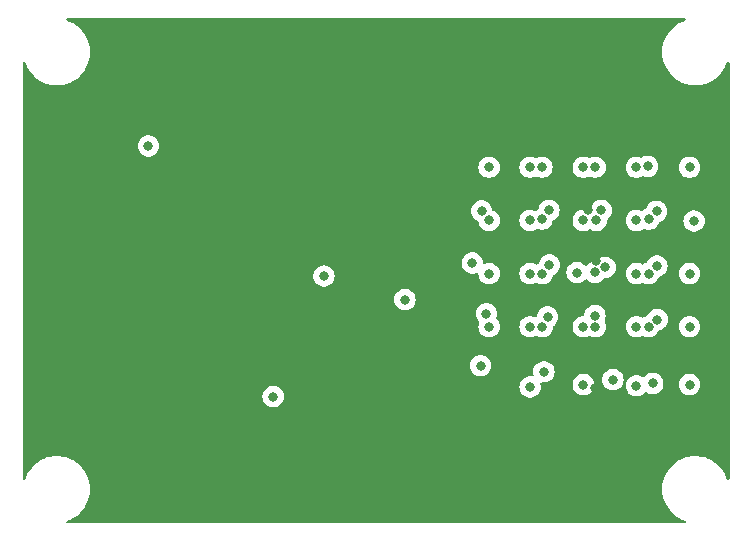
<source format=gbr>
%TF.GenerationSoftware,KiCad,Pcbnew,7.0.7*%
%TF.CreationDate,2023-10-27T13:52:55-05:00*%
%TF.ProjectId,MLX90393_board3,4d4c5839-3033-4393-935f-626f61726433,rev?*%
%TF.SameCoordinates,Original*%
%TF.FileFunction,Copper,L2,Inr*%
%TF.FilePolarity,Positive*%
%FSLAX46Y46*%
G04 Gerber Fmt 4.6, Leading zero omitted, Abs format (unit mm)*
G04 Created by KiCad (PCBNEW 7.0.7) date 2023-10-27 13:52:55*
%MOMM*%
%LPD*%
G01*
G04 APERTURE LIST*
%TA.AperFunction,ViaPad*%
%ADD10C,0.800000*%
%TD*%
G04 APERTURE END LIST*
D10*
%TO.N,+3.3V*%
X180900000Y-108300000D03*
X145261689Y-123158415D03*
X176016689Y-108248415D03*
X167016689Y-112748415D03*
X167016689Y-117248415D03*
X149561689Y-112958415D03*
X167016689Y-122348415D03*
X176016689Y-122248415D03*
X167016689Y-103748415D03*
X134700000Y-101950000D03*
X171516689Y-122148415D03*
X167016689Y-108248415D03*
X176016689Y-117248415D03*
X180516689Y-103748415D03*
X180516689Y-122148415D03*
X176016689Y-103748415D03*
X171516689Y-117248415D03*
X180516689Y-117248415D03*
X171516689Y-108248415D03*
X180516689Y-112748415D03*
X171516689Y-103748415D03*
X176016689Y-112748415D03*
X170998471Y-112658997D03*
%TO.N,GND*%
X182416689Y-106548415D03*
X172516689Y-122448415D03*
X162600000Y-118600000D03*
X182016689Y-115448415D03*
X138361689Y-128158415D03*
X137861689Y-123658415D03*
X162700000Y-105800000D03*
X171890716Y-107375685D03*
X172567646Y-111700281D03*
X162900000Y-114900000D03*
X162800000Y-110500000D03*
X128350000Y-102000000D03*
X136161689Y-118958415D03*
X182616689Y-110948415D03*
X182016689Y-119948415D03*
%TO.N,SCL_3V*%
X172516689Y-103748415D03*
X163545429Y-112748415D03*
X163545429Y-103748415D03*
X168045429Y-117248415D03*
X168016689Y-103748415D03*
X163545429Y-117248415D03*
X172516689Y-112648415D03*
X172545429Y-117248415D03*
X176962938Y-103669876D03*
X177045429Y-117248415D03*
X177045429Y-108148415D03*
X168045429Y-112748415D03*
X172616689Y-108248415D03*
X163545429Y-108248415D03*
X168024106Y-108148415D03*
X177045429Y-112748415D03*
%TO.N,SDA_3V*%
X163316689Y-116148415D03*
X173365320Y-112222526D03*
X174029928Y-121724959D03*
X162816689Y-120548415D03*
X168651363Y-112017389D03*
X173041320Y-107399155D03*
X177773247Y-116638632D03*
X177750000Y-112100000D03*
X168616689Y-107387986D03*
X162916689Y-107448415D03*
X177721390Y-107481608D03*
X177400000Y-122050000D03*
X162116689Y-111848415D03*
X168186155Y-121062126D03*
X172500000Y-116300000D03*
X168498212Y-116413824D03*
X156416689Y-114948415D03*
%TD*%
%TA.AperFunction,Conductor*%
%TO.N,GND*%
G36*
X180141997Y-91120185D02*
G01*
X180187752Y-91172989D01*
X180197696Y-91242147D01*
X180168671Y-91305703D01*
X180117368Y-91341022D01*
X179888897Y-91424178D01*
X179888891Y-91424181D01*
X179597380Y-91570584D01*
X179324815Y-91749852D01*
X179074931Y-91959530D01*
X179074930Y-91959531D01*
X179074924Y-91959536D01*
X179074923Y-91959538D01*
X178851057Y-92196823D01*
X178851054Y-92196826D01*
X178851052Y-92196829D01*
X178851045Y-92196837D01*
X178656251Y-92458490D01*
X178493143Y-92741003D01*
X178493137Y-92741016D01*
X178363931Y-93040547D01*
X178270369Y-93353067D01*
X178270367Y-93353075D01*
X178213723Y-93674319D01*
X178213722Y-93674330D01*
X178194754Y-93999996D01*
X178194754Y-94000003D01*
X178213722Y-94325669D01*
X178213723Y-94325680D01*
X178270367Y-94646924D01*
X178270369Y-94646932D01*
X178363931Y-94959452D01*
X178493137Y-95258983D01*
X178493143Y-95258996D01*
X178656251Y-95541509D01*
X178851045Y-95803162D01*
X178851050Y-95803168D01*
X178851057Y-95803177D01*
X179074923Y-96040462D01*
X179074929Y-96040467D01*
X179074930Y-96040468D01*
X179074931Y-96040469D01*
X179324815Y-96250147D01*
X179324818Y-96250149D01*
X179324823Y-96250153D01*
X179597377Y-96429414D01*
X179888899Y-96575822D01*
X180195446Y-96687396D01*
X180195452Y-96687397D01*
X180195454Y-96687398D01*
X180512858Y-96762625D01*
X180512865Y-96762626D01*
X180512874Y-96762628D01*
X180836889Y-96800500D01*
X180836896Y-96800500D01*
X181163104Y-96800500D01*
X181163111Y-96800500D01*
X181487126Y-96762628D01*
X181487135Y-96762625D01*
X181487141Y-96762625D01*
X181743176Y-96701942D01*
X181804554Y-96687396D01*
X182111101Y-96575822D01*
X182402623Y-96429414D01*
X182675177Y-96250153D01*
X182925077Y-96040462D01*
X183148943Y-95803177D01*
X183343749Y-95541508D01*
X183506859Y-95258992D01*
X183636069Y-94959451D01*
X183656709Y-94890507D01*
X183694794Y-94831930D01*
X183758502Y-94803242D01*
X183827607Y-94813551D01*
X183880168Y-94859584D01*
X183899500Y-94926071D01*
X183899500Y-130073928D01*
X183879815Y-130140967D01*
X183827011Y-130186722D01*
X183757853Y-130196666D01*
X183694297Y-130167641D01*
X183656709Y-130109492D01*
X183636068Y-130040547D01*
X183506859Y-129741008D01*
X183343749Y-129458492D01*
X183343748Y-129458490D01*
X183148954Y-129196837D01*
X183148947Y-129196829D01*
X183148943Y-129196823D01*
X182925077Y-128959538D01*
X182925069Y-128959531D01*
X182925068Y-128959530D01*
X182675184Y-128749852D01*
X182675179Y-128749848D01*
X182675177Y-128749847D01*
X182402623Y-128570586D01*
X182397684Y-128568105D01*
X182111108Y-128424181D01*
X182111102Y-128424178D01*
X181804566Y-128312608D01*
X181804545Y-128312601D01*
X181487141Y-128237374D01*
X181487126Y-128237372D01*
X181487125Y-128237372D01*
X181163111Y-128199500D01*
X180836889Y-128199500D01*
X180553375Y-128232638D01*
X180512873Y-128237372D01*
X180512858Y-128237374D01*
X180195454Y-128312601D01*
X180195433Y-128312608D01*
X179888897Y-128424178D01*
X179888891Y-128424181D01*
X179597380Y-128570584D01*
X179324815Y-128749852D01*
X179074931Y-128959530D01*
X179074930Y-128959531D01*
X179074924Y-128959536D01*
X179074923Y-128959538D01*
X178851057Y-129196823D01*
X178851054Y-129196826D01*
X178851052Y-129196829D01*
X178851045Y-129196837D01*
X178656251Y-129458490D01*
X178493143Y-129741003D01*
X178493137Y-129741016D01*
X178363931Y-130040547D01*
X178270369Y-130353067D01*
X178270367Y-130353075D01*
X178213723Y-130674319D01*
X178213722Y-130674330D01*
X178194754Y-130999996D01*
X178194754Y-131000003D01*
X178213722Y-131325669D01*
X178213723Y-131325680D01*
X178270367Y-131646924D01*
X178270369Y-131646932D01*
X178363931Y-131959452D01*
X178493137Y-132258983D01*
X178493143Y-132258996D01*
X178656251Y-132541509D01*
X178851045Y-132803162D01*
X178851050Y-132803168D01*
X178851057Y-132803177D01*
X179074923Y-133040462D01*
X179074929Y-133040467D01*
X179074930Y-133040468D01*
X179074931Y-133040469D01*
X179324815Y-133250147D01*
X179324818Y-133250149D01*
X179324823Y-133250153D01*
X179597377Y-133429414D01*
X179888899Y-133575822D01*
X180069463Y-133641542D01*
X180117368Y-133658978D01*
X180173632Y-133700404D01*
X180198568Y-133765673D01*
X180184258Y-133834062D01*
X180135246Y-133883857D01*
X180074958Y-133899500D01*
X127875042Y-133899500D01*
X127808003Y-133879815D01*
X127762248Y-133827011D01*
X127752304Y-133757853D01*
X127781329Y-133694297D01*
X127832632Y-133658978D01*
X127855916Y-133650502D01*
X128061101Y-133575822D01*
X128352623Y-133429414D01*
X128625177Y-133250153D01*
X128875077Y-133040462D01*
X129098943Y-132803177D01*
X129293749Y-132541508D01*
X129456859Y-132258992D01*
X129586069Y-131959451D01*
X129679630Y-131646934D01*
X129736278Y-131325669D01*
X129755246Y-131000000D01*
X129736278Y-130674331D01*
X129679630Y-130353066D01*
X129586069Y-130040549D01*
X129456859Y-129741008D01*
X129293749Y-129458492D01*
X129293748Y-129458490D01*
X129098954Y-129196837D01*
X129098947Y-129196829D01*
X129098943Y-129196823D01*
X128875077Y-128959538D01*
X128875069Y-128959531D01*
X128875068Y-128959530D01*
X128625184Y-128749852D01*
X128625179Y-128749848D01*
X128625177Y-128749847D01*
X128352623Y-128570586D01*
X128347684Y-128568105D01*
X128061108Y-128424181D01*
X128061102Y-128424178D01*
X127754566Y-128312608D01*
X127754545Y-128312601D01*
X127437141Y-128237374D01*
X127437126Y-128237372D01*
X127437125Y-128237372D01*
X127113111Y-128199500D01*
X126786889Y-128199500D01*
X126503375Y-128232638D01*
X126462873Y-128237372D01*
X126462858Y-128237374D01*
X126145454Y-128312601D01*
X126145433Y-128312608D01*
X125838897Y-128424178D01*
X125838891Y-128424181D01*
X125547380Y-128570584D01*
X125274815Y-128749852D01*
X125024931Y-128959530D01*
X125024930Y-128959531D01*
X125024924Y-128959536D01*
X125024923Y-128959538D01*
X124801057Y-129196823D01*
X124801054Y-129196826D01*
X124801052Y-129196829D01*
X124801045Y-129196837D01*
X124606251Y-129458490D01*
X124443143Y-129741003D01*
X124443137Y-129741016D01*
X124313931Y-130040547D01*
X124293291Y-130109492D01*
X124255206Y-130168069D01*
X124191497Y-130196758D01*
X124122392Y-130186448D01*
X124069831Y-130140415D01*
X124050500Y-130073928D01*
X124050500Y-123158415D01*
X144356229Y-123158415D01*
X144376015Y-123346671D01*
X144376016Y-123346674D01*
X144434507Y-123526692D01*
X144434510Y-123526699D01*
X144529156Y-123690631D01*
X144655818Y-123831303D01*
X144808954Y-123942563D01*
X144808959Y-123942566D01*
X144981881Y-124019557D01*
X144981886Y-124019559D01*
X145167043Y-124058915D01*
X145167044Y-124058915D01*
X145356333Y-124058915D01*
X145356335Y-124058915D01*
X145541492Y-124019559D01*
X145714419Y-123942566D01*
X145867560Y-123831303D01*
X145994222Y-123690631D01*
X146088868Y-123526699D01*
X146147363Y-123346671D01*
X146167149Y-123158415D01*
X146147363Y-122970159D01*
X146088868Y-122790131D01*
X145994222Y-122626199D01*
X145867560Y-122485527D01*
X145867559Y-122485526D01*
X145714423Y-122374266D01*
X145714418Y-122374263D01*
X145656363Y-122348415D01*
X166111229Y-122348415D01*
X166131015Y-122536671D01*
X166131016Y-122536674D01*
X166189507Y-122716692D01*
X166189510Y-122716699D01*
X166284156Y-122880631D01*
X166330916Y-122932563D01*
X166410818Y-123021303D01*
X166563954Y-123132563D01*
X166563959Y-123132566D01*
X166736881Y-123209557D01*
X166736886Y-123209559D01*
X166922043Y-123248915D01*
X166922044Y-123248915D01*
X167111333Y-123248915D01*
X167111335Y-123248915D01*
X167296492Y-123209559D01*
X167469419Y-123132566D01*
X167622560Y-123021303D01*
X167749222Y-122880631D01*
X167843868Y-122716699D01*
X167902363Y-122536671D01*
X167922149Y-122348415D01*
X167902363Y-122160159D01*
X167898547Y-122148415D01*
X170611229Y-122148415D01*
X170631015Y-122336671D01*
X170631016Y-122336674D01*
X170689507Y-122516692D01*
X170689510Y-122516699D01*
X170784156Y-122680631D01*
X170866716Y-122772323D01*
X170910818Y-122821303D01*
X171063954Y-122932563D01*
X171063959Y-122932566D01*
X171236881Y-123009557D01*
X171236886Y-123009559D01*
X171422043Y-123048915D01*
X171422044Y-123048915D01*
X171611333Y-123048915D01*
X171611335Y-123048915D01*
X171796492Y-123009559D01*
X171969419Y-122932566D01*
X172122560Y-122821303D01*
X172249222Y-122680631D01*
X172343868Y-122516699D01*
X172402363Y-122336671D01*
X172422149Y-122148415D01*
X172402363Y-121960159D01*
X172343868Y-121780131D01*
X172312014Y-121724959D01*
X173124468Y-121724959D01*
X173144254Y-121913215D01*
X173144255Y-121913218D01*
X173202746Y-122093236D01*
X173202749Y-122093243D01*
X173297395Y-122257175D01*
X173379548Y-122348415D01*
X173424057Y-122397847D01*
X173577193Y-122509107D01*
X173577198Y-122509110D01*
X173750120Y-122586101D01*
X173750125Y-122586103D01*
X173935282Y-122625459D01*
X173935283Y-122625459D01*
X174124572Y-122625459D01*
X174124574Y-122625459D01*
X174309731Y-122586103D01*
X174482658Y-122509110D01*
X174635799Y-122397847D01*
X174762461Y-122257175D01*
X174767519Y-122248415D01*
X175111229Y-122248415D01*
X175131015Y-122436671D01*
X175131016Y-122436674D01*
X175189507Y-122616692D01*
X175189510Y-122616699D01*
X175284156Y-122780631D01*
X175332346Y-122834151D01*
X175410818Y-122921303D01*
X175563954Y-123032563D01*
X175563959Y-123032566D01*
X175736881Y-123109557D01*
X175736886Y-123109559D01*
X175922043Y-123148915D01*
X175922044Y-123148915D01*
X176111333Y-123148915D01*
X176111335Y-123148915D01*
X176296492Y-123109559D01*
X176469419Y-123032566D01*
X176622560Y-122921303D01*
X176723705Y-122808970D01*
X176783191Y-122772323D01*
X176853048Y-122773654D01*
X176888737Y-122791624D01*
X176912613Y-122808971D01*
X176947270Y-122834151D01*
X177120192Y-122911142D01*
X177120197Y-122911144D01*
X177305354Y-122950500D01*
X177305355Y-122950500D01*
X177494644Y-122950500D01*
X177494646Y-122950500D01*
X177679803Y-122911144D01*
X177852730Y-122834151D01*
X178005871Y-122722888D01*
X178132533Y-122582216D01*
X178227179Y-122418284D01*
X178285674Y-122238256D01*
X178295116Y-122148415D01*
X179611229Y-122148415D01*
X179631015Y-122336671D01*
X179631016Y-122336674D01*
X179689507Y-122516692D01*
X179689510Y-122516699D01*
X179784156Y-122680631D01*
X179866716Y-122772323D01*
X179910818Y-122821303D01*
X180063954Y-122932563D01*
X180063959Y-122932566D01*
X180236881Y-123009557D01*
X180236886Y-123009559D01*
X180422043Y-123048915D01*
X180422044Y-123048915D01*
X180611333Y-123048915D01*
X180611335Y-123048915D01*
X180796492Y-123009559D01*
X180969419Y-122932566D01*
X181122560Y-122821303D01*
X181249222Y-122680631D01*
X181343868Y-122516699D01*
X181402363Y-122336671D01*
X181422149Y-122148415D01*
X181402363Y-121960159D01*
X181343868Y-121780131D01*
X181249222Y-121616199D01*
X181122560Y-121475527D01*
X181107058Y-121464264D01*
X180969423Y-121364266D01*
X180969418Y-121364263D01*
X180796496Y-121287272D01*
X180796491Y-121287270D01*
X180650689Y-121256280D01*
X180611335Y-121247915D01*
X180422043Y-121247915D01*
X180389586Y-121254813D01*
X180236886Y-121287270D01*
X180236881Y-121287272D01*
X180063959Y-121364263D01*
X180063954Y-121364266D01*
X179910818Y-121475526D01*
X179784155Y-121616200D01*
X179689510Y-121780130D01*
X179689507Y-121780137D01*
X179643001Y-121923270D01*
X179631015Y-121960159D01*
X179611229Y-122148415D01*
X178295116Y-122148415D01*
X178305460Y-122050000D01*
X178285674Y-121861744D01*
X178227179Y-121681716D01*
X178132533Y-121517784D01*
X178005871Y-121377112D01*
X177988190Y-121364266D01*
X177852734Y-121265851D01*
X177852729Y-121265848D01*
X177679807Y-121188857D01*
X177679802Y-121188855D01*
X177534000Y-121157865D01*
X177494646Y-121149500D01*
X177305354Y-121149500D01*
X177272897Y-121156398D01*
X177120197Y-121188855D01*
X177120192Y-121188857D01*
X176947270Y-121265848D01*
X176947265Y-121265851D01*
X176794129Y-121377111D01*
X176794128Y-121377112D01*
X176692984Y-121489443D01*
X176633497Y-121526091D01*
X176563640Y-121524760D01*
X176527950Y-121506789D01*
X176501087Y-121487272D01*
X176469419Y-121464264D01*
X176469417Y-121464263D01*
X176469418Y-121464263D01*
X176296496Y-121387272D01*
X176296491Y-121387270D01*
X176150690Y-121356280D01*
X176111335Y-121347915D01*
X175922043Y-121347915D01*
X175889586Y-121354813D01*
X175736886Y-121387270D01*
X175736881Y-121387272D01*
X175563959Y-121464263D01*
X175563954Y-121464266D01*
X175410818Y-121575526D01*
X175284155Y-121716200D01*
X175189510Y-121880130D01*
X175189507Y-121880137D01*
X175137823Y-122039206D01*
X175131015Y-122060159D01*
X175111229Y-122248415D01*
X174767519Y-122248415D01*
X174857107Y-122093243D01*
X174915602Y-121913215D01*
X174935388Y-121724959D01*
X174915602Y-121536703D01*
X174857107Y-121356675D01*
X174762461Y-121192743D01*
X174635799Y-121052071D01*
X174635798Y-121052070D01*
X174482662Y-120940810D01*
X174482657Y-120940807D01*
X174309735Y-120863816D01*
X174309730Y-120863814D01*
X174163929Y-120832824D01*
X174124574Y-120824459D01*
X173935282Y-120824459D01*
X173902825Y-120831357D01*
X173750125Y-120863814D01*
X173750120Y-120863816D01*
X173577198Y-120940807D01*
X173577193Y-120940810D01*
X173424057Y-121052070D01*
X173297394Y-121192744D01*
X173202749Y-121356674D01*
X173202746Y-121356681D01*
X173147702Y-121526091D01*
X173144254Y-121536703D01*
X173124468Y-121724959D01*
X172312014Y-121724959D01*
X172249222Y-121616199D01*
X172122560Y-121475527D01*
X172107058Y-121464264D01*
X171969423Y-121364266D01*
X171969418Y-121364263D01*
X171796496Y-121287272D01*
X171796491Y-121287270D01*
X171650689Y-121256280D01*
X171611335Y-121247915D01*
X171422043Y-121247915D01*
X171389586Y-121254813D01*
X171236886Y-121287270D01*
X171236881Y-121287272D01*
X171063959Y-121364263D01*
X171063954Y-121364266D01*
X170910818Y-121475526D01*
X170784155Y-121616200D01*
X170689510Y-121780130D01*
X170689507Y-121780137D01*
X170643001Y-121923270D01*
X170631015Y-121960159D01*
X170611229Y-122148415D01*
X167898547Y-122148415D01*
X167885754Y-122109044D01*
X167883760Y-122039206D01*
X167919840Y-121979373D01*
X167982541Y-121948544D01*
X168029463Y-121949437D01*
X168091509Y-121962626D01*
X168091511Y-121962626D01*
X168280799Y-121962626D01*
X168280801Y-121962626D01*
X168465958Y-121923270D01*
X168638885Y-121846277D01*
X168792026Y-121735014D01*
X168918688Y-121594342D01*
X169013334Y-121430410D01*
X169071829Y-121250382D01*
X169091615Y-121062126D01*
X169071829Y-120873870D01*
X169013334Y-120693842D01*
X168918688Y-120529910D01*
X168792026Y-120389238D01*
X168792025Y-120389237D01*
X168638889Y-120277977D01*
X168638884Y-120277974D01*
X168465962Y-120200983D01*
X168465957Y-120200981D01*
X168320155Y-120169991D01*
X168280801Y-120161626D01*
X168091509Y-120161626D01*
X168059052Y-120168524D01*
X167906352Y-120200981D01*
X167906347Y-120200983D01*
X167733425Y-120277974D01*
X167733420Y-120277977D01*
X167580284Y-120389237D01*
X167453621Y-120529911D01*
X167358976Y-120693841D01*
X167358973Y-120693848D01*
X167300482Y-120873866D01*
X167300481Y-120873870D01*
X167280695Y-121062126D01*
X167300481Y-121250382D01*
X167300482Y-121250385D01*
X167317088Y-121301494D01*
X167319083Y-121371336D01*
X167283002Y-121431168D01*
X167220301Y-121461996D01*
X167173377Y-121461102D01*
X167111336Y-121447915D01*
X167111335Y-121447915D01*
X166922043Y-121447915D01*
X166889586Y-121454813D01*
X166736886Y-121487270D01*
X166736881Y-121487272D01*
X166563959Y-121564263D01*
X166563954Y-121564266D01*
X166410818Y-121675526D01*
X166284155Y-121816200D01*
X166189510Y-121980130D01*
X166189507Y-121980137D01*
X166152757Y-122093243D01*
X166131015Y-122160159D01*
X166111229Y-122348415D01*
X145656363Y-122348415D01*
X145541496Y-122297272D01*
X145541491Y-122297270D01*
X145395689Y-122266280D01*
X145356335Y-122257915D01*
X145167043Y-122257915D01*
X145134586Y-122264813D01*
X144981886Y-122297270D01*
X144981881Y-122297272D01*
X144808959Y-122374263D01*
X144808954Y-122374266D01*
X144655818Y-122485526D01*
X144529155Y-122626200D01*
X144434510Y-122790130D01*
X144434507Y-122790137D01*
X144376016Y-122970155D01*
X144376015Y-122970159D01*
X144356229Y-123158415D01*
X124050500Y-123158415D01*
X124050500Y-120548415D01*
X161911229Y-120548415D01*
X161931015Y-120736671D01*
X161931016Y-120736674D01*
X161989507Y-120916692D01*
X161989510Y-120916699D01*
X162084156Y-121080631D01*
X162185103Y-121192744D01*
X162210818Y-121221303D01*
X162363954Y-121332563D01*
X162363959Y-121332566D01*
X162536881Y-121409557D01*
X162536886Y-121409559D01*
X162722043Y-121448915D01*
X162722044Y-121448915D01*
X162911333Y-121448915D01*
X162911335Y-121448915D01*
X163096492Y-121409559D01*
X163269419Y-121332566D01*
X163422560Y-121221303D01*
X163549222Y-121080631D01*
X163643868Y-120916699D01*
X163702363Y-120736671D01*
X163722149Y-120548415D01*
X163702363Y-120360159D01*
X163643868Y-120180131D01*
X163549222Y-120016199D01*
X163422560Y-119875527D01*
X163422559Y-119875526D01*
X163269423Y-119764266D01*
X163269418Y-119764263D01*
X163096496Y-119687272D01*
X163096491Y-119687270D01*
X162950690Y-119656280D01*
X162911335Y-119647915D01*
X162722043Y-119647915D01*
X162689586Y-119654813D01*
X162536886Y-119687270D01*
X162536881Y-119687272D01*
X162363959Y-119764263D01*
X162363954Y-119764266D01*
X162210818Y-119875526D01*
X162084155Y-120016200D01*
X161989510Y-120180130D01*
X161989507Y-120180137D01*
X161931016Y-120360155D01*
X161931015Y-120360159D01*
X161911229Y-120548415D01*
X124050500Y-120548415D01*
X124050500Y-116148415D01*
X162411229Y-116148415D01*
X162431015Y-116336671D01*
X162431016Y-116336674D01*
X162489507Y-116516692D01*
X162489510Y-116516699D01*
X162584156Y-116680631D01*
X162632988Y-116734864D01*
X162682421Y-116789765D01*
X162712651Y-116852756D01*
X162708201Y-116911055D01*
X162659755Y-117060159D01*
X162639969Y-117248415D01*
X162659755Y-117436671D01*
X162659756Y-117436674D01*
X162718247Y-117616692D01*
X162718250Y-117616699D01*
X162812896Y-117780631D01*
X162939558Y-117921302D01*
X162939558Y-117921303D01*
X163092694Y-118032563D01*
X163092699Y-118032566D01*
X163265621Y-118109557D01*
X163265626Y-118109559D01*
X163450783Y-118148915D01*
X163450784Y-118148915D01*
X163640073Y-118148915D01*
X163640075Y-118148915D01*
X163825232Y-118109559D01*
X163998159Y-118032566D01*
X164151300Y-117921303D01*
X164277962Y-117780631D01*
X164372608Y-117616699D01*
X164431103Y-117436671D01*
X164450889Y-117248415D01*
X166111229Y-117248415D01*
X166131015Y-117436671D01*
X166131016Y-117436674D01*
X166189507Y-117616692D01*
X166189510Y-117616699D01*
X166284156Y-117780631D01*
X166410817Y-117921302D01*
X166410818Y-117921303D01*
X166563954Y-118032563D01*
X166563959Y-118032566D01*
X166736881Y-118109557D01*
X166736886Y-118109559D01*
X166922043Y-118148915D01*
X166922044Y-118148915D01*
X167111333Y-118148915D01*
X167111335Y-118148915D01*
X167296492Y-118109559D01*
X167469419Y-118032566D01*
X167469419Y-118032565D01*
X167475355Y-118029923D01*
X167475887Y-118031118D01*
X167536950Y-118016300D01*
X167586368Y-118030810D01*
X167586763Y-118029923D01*
X167765621Y-118109557D01*
X167765626Y-118109559D01*
X167950783Y-118148915D01*
X167950784Y-118148915D01*
X168140073Y-118148915D01*
X168140075Y-118148915D01*
X168325232Y-118109559D01*
X168498159Y-118032566D01*
X168651300Y-117921303D01*
X168777962Y-117780631D01*
X168872608Y-117616699D01*
X168931103Y-117436671D01*
X168950853Y-117248750D01*
X168950991Y-117248415D01*
X170611229Y-117248415D01*
X170631015Y-117436671D01*
X170631016Y-117436674D01*
X170689507Y-117616692D01*
X170689510Y-117616699D01*
X170784156Y-117780631D01*
X170910818Y-117921302D01*
X170910818Y-117921303D01*
X171063954Y-118032563D01*
X171063959Y-118032566D01*
X171236881Y-118109557D01*
X171236886Y-118109559D01*
X171422043Y-118148915D01*
X171422044Y-118148915D01*
X171611333Y-118148915D01*
X171611335Y-118148915D01*
X171796492Y-118109559D01*
X171969419Y-118032566D01*
X171969419Y-118032565D01*
X171975355Y-118029923D01*
X171975887Y-118031118D01*
X172036950Y-118016300D01*
X172086368Y-118030810D01*
X172086763Y-118029923D01*
X172265621Y-118109557D01*
X172265626Y-118109559D01*
X172450783Y-118148915D01*
X172450784Y-118148915D01*
X172640073Y-118148915D01*
X172640075Y-118148915D01*
X172825232Y-118109559D01*
X172998159Y-118032566D01*
X173151300Y-117921303D01*
X173277962Y-117780631D01*
X173372608Y-117616699D01*
X173431103Y-117436671D01*
X173450889Y-117248415D01*
X175111229Y-117248415D01*
X175131015Y-117436671D01*
X175131016Y-117436674D01*
X175189507Y-117616692D01*
X175189510Y-117616699D01*
X175284156Y-117780631D01*
X175410817Y-117921302D01*
X175410818Y-117921303D01*
X175563954Y-118032563D01*
X175563959Y-118032566D01*
X175736881Y-118109557D01*
X175736886Y-118109559D01*
X175922043Y-118148915D01*
X175922044Y-118148915D01*
X176111333Y-118148915D01*
X176111335Y-118148915D01*
X176296492Y-118109559D01*
X176469419Y-118032566D01*
X176469419Y-118032565D01*
X176475355Y-118029923D01*
X176475887Y-118031118D01*
X176536950Y-118016300D01*
X176586368Y-118030810D01*
X176586763Y-118029923D01*
X176765621Y-118109557D01*
X176765626Y-118109559D01*
X176950783Y-118148915D01*
X176950784Y-118148915D01*
X177140073Y-118148915D01*
X177140075Y-118148915D01*
X177325232Y-118109559D01*
X177498159Y-118032566D01*
X177651300Y-117921303D01*
X177777962Y-117780631D01*
X177872608Y-117616699D01*
X177877906Y-117600391D01*
X177917341Y-117542715D01*
X177970055Y-117517416D01*
X178053050Y-117499776D01*
X178225977Y-117422783D01*
X178379118Y-117311520D01*
X178435938Y-117248415D01*
X179611229Y-117248415D01*
X179631015Y-117436671D01*
X179631016Y-117436674D01*
X179689507Y-117616692D01*
X179689510Y-117616699D01*
X179784156Y-117780631D01*
X179910818Y-117921302D01*
X179910818Y-117921303D01*
X180063954Y-118032563D01*
X180063959Y-118032566D01*
X180236881Y-118109557D01*
X180236886Y-118109559D01*
X180422043Y-118148915D01*
X180422044Y-118148915D01*
X180611333Y-118148915D01*
X180611335Y-118148915D01*
X180796492Y-118109559D01*
X180969419Y-118032566D01*
X181122560Y-117921303D01*
X181249222Y-117780631D01*
X181343868Y-117616699D01*
X181402363Y-117436671D01*
X181422149Y-117248415D01*
X181402363Y-117060159D01*
X181343868Y-116880131D01*
X181249222Y-116716199D01*
X181122560Y-116575527D01*
X181079266Y-116544072D01*
X180969423Y-116464266D01*
X180969418Y-116464263D01*
X180796496Y-116387272D01*
X180796491Y-116387270D01*
X180650690Y-116356280D01*
X180611335Y-116347915D01*
X180422043Y-116347915D01*
X180389905Y-116354746D01*
X180236886Y-116387270D01*
X180236881Y-116387272D01*
X180063959Y-116464263D01*
X180063954Y-116464266D01*
X179910818Y-116575526D01*
X179784155Y-116716200D01*
X179689510Y-116880130D01*
X179689507Y-116880137D01*
X179631016Y-117060155D01*
X179631015Y-117060159D01*
X179611229Y-117248415D01*
X178435938Y-117248415D01*
X178505780Y-117170848D01*
X178600426Y-117006916D01*
X178658921Y-116826888D01*
X178678707Y-116638632D01*
X178658921Y-116450376D01*
X178600426Y-116270348D01*
X178505780Y-116106416D01*
X178379118Y-115965744D01*
X178371431Y-115960159D01*
X178225981Y-115854483D01*
X178225976Y-115854480D01*
X178053054Y-115777489D01*
X178053049Y-115777487D01*
X177907248Y-115746497D01*
X177867893Y-115738132D01*
X177678601Y-115738132D01*
X177646144Y-115745030D01*
X177493444Y-115777487D01*
X177493439Y-115777489D01*
X177320517Y-115854480D01*
X177320512Y-115854483D01*
X177167376Y-115965743D01*
X177040713Y-116106417D01*
X176946068Y-116270347D01*
X176946064Y-116270357D01*
X176940765Y-116286664D01*
X176901325Y-116344337D01*
X176848618Y-116369630D01*
X176765625Y-116387271D01*
X176765621Y-116387272D01*
X176586763Y-116466907D01*
X176586232Y-116465715D01*
X176525139Y-116480528D01*
X176475749Y-116466020D01*
X176475355Y-116466907D01*
X176296496Y-116387272D01*
X176296491Y-116387270D01*
X176150690Y-116356280D01*
X176111335Y-116347915D01*
X175922043Y-116347915D01*
X175889905Y-116354746D01*
X175736886Y-116387270D01*
X175736881Y-116387272D01*
X175563959Y-116464263D01*
X175563954Y-116464266D01*
X175410818Y-116575526D01*
X175284155Y-116716200D01*
X175189510Y-116880130D01*
X175189507Y-116880137D01*
X175131016Y-117060155D01*
X175131015Y-117060159D01*
X175111229Y-117248415D01*
X173450889Y-117248415D01*
X173431103Y-117060159D01*
X173372608Y-116880131D01*
X173372605Y-116880125D01*
X173324534Y-116796863D01*
X173308061Y-116728963D01*
X173324536Y-116672860D01*
X173327179Y-116668284D01*
X173385674Y-116488256D01*
X173405460Y-116300000D01*
X173385674Y-116111744D01*
X173327179Y-115931716D01*
X173232533Y-115767784D01*
X173105871Y-115627112D01*
X173090852Y-115616200D01*
X172952734Y-115515851D01*
X172952729Y-115515848D01*
X172779807Y-115438857D01*
X172779802Y-115438855D01*
X172634001Y-115407865D01*
X172594646Y-115399500D01*
X172405354Y-115399500D01*
X172372897Y-115406398D01*
X172220197Y-115438855D01*
X172220192Y-115438857D01*
X172047270Y-115515848D01*
X172047265Y-115515851D01*
X171894129Y-115627111D01*
X171767466Y-115767785D01*
X171672821Y-115931715D01*
X171672818Y-115931722D01*
X171635837Y-116045539D01*
X171614326Y-116111744D01*
X171601174Y-116236877D01*
X171574591Y-116301491D01*
X171517293Y-116341476D01*
X171477854Y-116347915D01*
X171422043Y-116347915D01*
X171389905Y-116354746D01*
X171236886Y-116387270D01*
X171236881Y-116387272D01*
X171063959Y-116464263D01*
X171063954Y-116464266D01*
X170910818Y-116575526D01*
X170784155Y-116716200D01*
X170689510Y-116880130D01*
X170689507Y-116880137D01*
X170631016Y-117060155D01*
X170631015Y-117060159D01*
X170611229Y-117248415D01*
X168950991Y-117248415D01*
X168977437Y-117184137D01*
X169001280Y-117161402D01*
X169104083Y-117086712D01*
X169230745Y-116946040D01*
X169325391Y-116782108D01*
X169383886Y-116602080D01*
X169403672Y-116413824D01*
X169383886Y-116225568D01*
X169325391Y-116045540D01*
X169230745Y-115881608D01*
X169104083Y-115740936D01*
X169092559Y-115732563D01*
X168950946Y-115629675D01*
X168950941Y-115629672D01*
X168778019Y-115552681D01*
X168778014Y-115552679D01*
X168632212Y-115521689D01*
X168592858Y-115513324D01*
X168403566Y-115513324D01*
X168371109Y-115520222D01*
X168218409Y-115552679D01*
X168218404Y-115552681D01*
X168045482Y-115629672D01*
X168045477Y-115629675D01*
X167892341Y-115740935D01*
X167765678Y-115881609D01*
X167671033Y-116045539D01*
X167671030Y-116045546D01*
X167612539Y-116225564D01*
X167612538Y-116225568D01*
X167600861Y-116336671D01*
X167600014Y-116344729D01*
X167573429Y-116409344D01*
X167516132Y-116449328D01*
X167446313Y-116451988D01*
X167426257Y-116445046D01*
X167296496Y-116387272D01*
X167296491Y-116387270D01*
X167150689Y-116356280D01*
X167111335Y-116347915D01*
X166922043Y-116347915D01*
X166889905Y-116354746D01*
X166736886Y-116387270D01*
X166736881Y-116387272D01*
X166563959Y-116464263D01*
X166563954Y-116464266D01*
X166410818Y-116575526D01*
X166284155Y-116716200D01*
X166189510Y-116880130D01*
X166189507Y-116880137D01*
X166131016Y-117060155D01*
X166131015Y-117060159D01*
X166111229Y-117248415D01*
X164450889Y-117248415D01*
X164431103Y-117060159D01*
X164372608Y-116880131D01*
X164277962Y-116716199D01*
X164228166Y-116660895D01*
X164179697Y-116607064D01*
X164149467Y-116544072D01*
X164153916Y-116485774D01*
X164155621Y-116480528D01*
X164202363Y-116336671D01*
X164222149Y-116148415D01*
X164202363Y-115960159D01*
X164143868Y-115780131D01*
X164049222Y-115616199D01*
X163922560Y-115475527D01*
X163922559Y-115475526D01*
X163769423Y-115364266D01*
X163769418Y-115364263D01*
X163596496Y-115287272D01*
X163596491Y-115287270D01*
X163450690Y-115256280D01*
X163411335Y-115247915D01*
X163222043Y-115247915D01*
X163189586Y-115254813D01*
X163036886Y-115287270D01*
X163036881Y-115287272D01*
X162863959Y-115364263D01*
X162863954Y-115364266D01*
X162710818Y-115475526D01*
X162584155Y-115616200D01*
X162489510Y-115780130D01*
X162489507Y-115780137D01*
X162431016Y-115960155D01*
X162431015Y-115960159D01*
X162411229Y-116148415D01*
X124050500Y-116148415D01*
X124050500Y-114948415D01*
X155511229Y-114948415D01*
X155531015Y-115136671D01*
X155531016Y-115136674D01*
X155589507Y-115316692D01*
X155589510Y-115316699D01*
X155684156Y-115480631D01*
X155806222Y-115616199D01*
X155810818Y-115621303D01*
X155963954Y-115732563D01*
X155963959Y-115732566D01*
X156136881Y-115809557D01*
X156136886Y-115809559D01*
X156322043Y-115848915D01*
X156322044Y-115848915D01*
X156511333Y-115848915D01*
X156511335Y-115848915D01*
X156696492Y-115809559D01*
X156869419Y-115732566D01*
X157022560Y-115621303D01*
X157149222Y-115480631D01*
X157243868Y-115316699D01*
X157302363Y-115136671D01*
X157322149Y-114948415D01*
X157302363Y-114760159D01*
X157243868Y-114580131D01*
X157149222Y-114416199D01*
X157022560Y-114275527D01*
X157022559Y-114275526D01*
X156869423Y-114164266D01*
X156869418Y-114164263D01*
X156696496Y-114087272D01*
X156696491Y-114087270D01*
X156550690Y-114056280D01*
X156511335Y-114047915D01*
X156322043Y-114047915D01*
X156289586Y-114054813D01*
X156136886Y-114087270D01*
X156136881Y-114087272D01*
X155963959Y-114164263D01*
X155963954Y-114164266D01*
X155810818Y-114275526D01*
X155684155Y-114416200D01*
X155589510Y-114580130D01*
X155589507Y-114580137D01*
X155531016Y-114760155D01*
X155531015Y-114760159D01*
X155511229Y-114948415D01*
X124050500Y-114948415D01*
X124050500Y-112958415D01*
X148656229Y-112958415D01*
X148676015Y-113146671D01*
X148676016Y-113146674D01*
X148734507Y-113326692D01*
X148734510Y-113326699D01*
X148829156Y-113490631D01*
X148936238Y-113609557D01*
X148955818Y-113631303D01*
X149108954Y-113742563D01*
X149108959Y-113742566D01*
X149281881Y-113819557D01*
X149281886Y-113819559D01*
X149467043Y-113858915D01*
X149467044Y-113858915D01*
X149656333Y-113858915D01*
X149656335Y-113858915D01*
X149841492Y-113819559D01*
X150014419Y-113742566D01*
X150167560Y-113631303D01*
X150294222Y-113490631D01*
X150388868Y-113326699D01*
X150447363Y-113146671D01*
X150467149Y-112958415D01*
X150447363Y-112770159D01*
X150388868Y-112590131D01*
X150294222Y-112426199D01*
X150167560Y-112285527D01*
X150167559Y-112285526D01*
X150014423Y-112174266D01*
X150014418Y-112174263D01*
X149841496Y-112097272D01*
X149841491Y-112097270D01*
X149695689Y-112066280D01*
X149656335Y-112057915D01*
X149467043Y-112057915D01*
X149434586Y-112064813D01*
X149281886Y-112097270D01*
X149281881Y-112097272D01*
X149108959Y-112174263D01*
X149108954Y-112174266D01*
X148955818Y-112285526D01*
X148829155Y-112426200D01*
X148734510Y-112590130D01*
X148734507Y-112590137D01*
X148681025Y-112754740D01*
X148676015Y-112770159D01*
X148656229Y-112958415D01*
X124050500Y-112958415D01*
X124050500Y-111848415D01*
X161211229Y-111848415D01*
X161231015Y-112036671D01*
X161231016Y-112036674D01*
X161289507Y-112216692D01*
X161289510Y-112216699D01*
X161384156Y-112380631D01*
X161465288Y-112470737D01*
X161510818Y-112521303D01*
X161663954Y-112632563D01*
X161663959Y-112632566D01*
X161836881Y-112709557D01*
X161836886Y-112709559D01*
X162022043Y-112748915D01*
X162022044Y-112748915D01*
X162211333Y-112748915D01*
X162211335Y-112748915D01*
X162396492Y-112709559D01*
X162469268Y-112677156D01*
X162538515Y-112667871D01*
X162601792Y-112697499D01*
X162639006Y-112756633D01*
X162643023Y-112777474D01*
X162645969Y-112805508D01*
X162659755Y-112936671D01*
X162659756Y-112936674D01*
X162718247Y-113116692D01*
X162718250Y-113116698D01*
X162718250Y-113116699D01*
X162812896Y-113280631D01*
X162939558Y-113421302D01*
X162939558Y-113421303D01*
X163092694Y-113532563D01*
X163092699Y-113532566D01*
X163265621Y-113609557D01*
X163265626Y-113609559D01*
X163450783Y-113648915D01*
X163450784Y-113648915D01*
X163640073Y-113648915D01*
X163640075Y-113648915D01*
X163825232Y-113609559D01*
X163998159Y-113532566D01*
X164151300Y-113421303D01*
X164277962Y-113280631D01*
X164372608Y-113116699D01*
X164431103Y-112936671D01*
X164450889Y-112748415D01*
X166111229Y-112748415D01*
X166131015Y-112936671D01*
X166131016Y-112936674D01*
X166189507Y-113116692D01*
X166189510Y-113116698D01*
X166189510Y-113116699D01*
X166284156Y-113280631D01*
X166410818Y-113421302D01*
X166410818Y-113421303D01*
X166563954Y-113532563D01*
X166563959Y-113532566D01*
X166736881Y-113609557D01*
X166736886Y-113609559D01*
X166922043Y-113648915D01*
X166922044Y-113648915D01*
X167111333Y-113648915D01*
X167111335Y-113648915D01*
X167296492Y-113609559D01*
X167469419Y-113532566D01*
X167469419Y-113532565D01*
X167475355Y-113529923D01*
X167475887Y-113531118D01*
X167536950Y-113516300D01*
X167586368Y-113530810D01*
X167586763Y-113529923D01*
X167765621Y-113609557D01*
X167765626Y-113609559D01*
X167950783Y-113648915D01*
X167950784Y-113648915D01*
X168140073Y-113648915D01*
X168140075Y-113648915D01*
X168325232Y-113609559D01*
X168498159Y-113532566D01*
X168651300Y-113421303D01*
X168777962Y-113280631D01*
X168872608Y-113116699D01*
X168931103Y-112936671D01*
X168931104Y-112936660D01*
X168931609Y-112934288D01*
X168932282Y-112933039D01*
X168933111Y-112930491D01*
X168933577Y-112930642D01*
X168964801Y-112872806D01*
X169002460Y-112846789D01*
X169104093Y-112801540D01*
X169257234Y-112690277D01*
X169285399Y-112658997D01*
X170093011Y-112658997D01*
X170112797Y-112847253D01*
X170112798Y-112847256D01*
X170171289Y-113027274D01*
X170171292Y-113027281D01*
X170265938Y-113191213D01*
X170392599Y-113331885D01*
X170392600Y-113331885D01*
X170545736Y-113443145D01*
X170545741Y-113443148D01*
X170718663Y-113520139D01*
X170718668Y-113520141D01*
X170903825Y-113559497D01*
X170903826Y-113559497D01*
X171093115Y-113559497D01*
X171093117Y-113559497D01*
X171278274Y-113520141D01*
X171451201Y-113443148D01*
X171604342Y-113331885D01*
X171670194Y-113258748D01*
X171729681Y-113222100D01*
X171799538Y-113223431D01*
X171854494Y-113258749D01*
X171910818Y-113321303D01*
X172063954Y-113432563D01*
X172063959Y-113432566D01*
X172236881Y-113509557D01*
X172236886Y-113509559D01*
X172422043Y-113548915D01*
X172422044Y-113548915D01*
X172611333Y-113548915D01*
X172611335Y-113548915D01*
X172796492Y-113509559D01*
X172969419Y-113432566D01*
X173122560Y-113321303D01*
X173249222Y-113180631D01*
X173249223Y-113180627D01*
X173253044Y-113175371D01*
X173255180Y-113176923D01*
X173297260Y-113136806D01*
X173354072Y-113123026D01*
X173459964Y-113123026D01*
X173459966Y-113123026D01*
X173645123Y-113083670D01*
X173818050Y-113006677D01*
X173971191Y-112895414D01*
X174097853Y-112754742D01*
X174101506Y-112748415D01*
X175111229Y-112748415D01*
X175131015Y-112936671D01*
X175131016Y-112936674D01*
X175189507Y-113116692D01*
X175189510Y-113116698D01*
X175189510Y-113116699D01*
X175284156Y-113280631D01*
X175410817Y-113421302D01*
X175410818Y-113421303D01*
X175563954Y-113532563D01*
X175563959Y-113532566D01*
X175736881Y-113609557D01*
X175736886Y-113609559D01*
X175922043Y-113648915D01*
X175922044Y-113648915D01*
X176111333Y-113648915D01*
X176111335Y-113648915D01*
X176296492Y-113609559D01*
X176469419Y-113532566D01*
X176469419Y-113532565D01*
X176475355Y-113529923D01*
X176475887Y-113531118D01*
X176536950Y-113516300D01*
X176586368Y-113530810D01*
X176586763Y-113529923D01*
X176765621Y-113609557D01*
X176765626Y-113609559D01*
X176950783Y-113648915D01*
X176950784Y-113648915D01*
X177140073Y-113648915D01*
X177140075Y-113648915D01*
X177325232Y-113609559D01*
X177498159Y-113532566D01*
X177651300Y-113421303D01*
X177777962Y-113280631D01*
X177872608Y-113116699D01*
X177893115Y-113053582D01*
X177932551Y-112995907D01*
X177985262Y-112970611D01*
X178029803Y-112961144D01*
X178029807Y-112961142D01*
X178029808Y-112961142D01*
X178098650Y-112930491D01*
X178202730Y-112884151D01*
X178355871Y-112772888D01*
X178377907Y-112748415D01*
X179611229Y-112748415D01*
X179631015Y-112936671D01*
X179631016Y-112936674D01*
X179689507Y-113116692D01*
X179689510Y-113116698D01*
X179689510Y-113116699D01*
X179784156Y-113280631D01*
X179910818Y-113421302D01*
X179910818Y-113421303D01*
X180063954Y-113532563D01*
X180063959Y-113532566D01*
X180236881Y-113609557D01*
X180236886Y-113609559D01*
X180422043Y-113648915D01*
X180422044Y-113648915D01*
X180611333Y-113648915D01*
X180611335Y-113648915D01*
X180796492Y-113609559D01*
X180969419Y-113532566D01*
X181122560Y-113421303D01*
X181249222Y-113280631D01*
X181343868Y-113116699D01*
X181402363Y-112936671D01*
X181422149Y-112748415D01*
X181402363Y-112560159D01*
X181345666Y-112385666D01*
X181343870Y-112380137D01*
X181343869Y-112380136D01*
X181343868Y-112380131D01*
X181249222Y-112216199D01*
X181122560Y-112075527D01*
X181122559Y-112075526D01*
X180969423Y-111964266D01*
X180969418Y-111964263D01*
X180796496Y-111887272D01*
X180796491Y-111887270D01*
X180650689Y-111856280D01*
X180611335Y-111847915D01*
X180422043Y-111847915D01*
X180392281Y-111854241D01*
X180236886Y-111887270D01*
X180236881Y-111887272D01*
X180063959Y-111964263D01*
X180063954Y-111964266D01*
X179910818Y-112075526D01*
X179784155Y-112216200D01*
X179689510Y-112380130D01*
X179689507Y-112380137D01*
X179643640Y-112521303D01*
X179631015Y-112560159D01*
X179611229Y-112748415D01*
X178377907Y-112748415D01*
X178482533Y-112632216D01*
X178577179Y-112468284D01*
X178635674Y-112288256D01*
X178655460Y-112100000D01*
X178635674Y-111911744D01*
X178577179Y-111731716D01*
X178482533Y-111567784D01*
X178355871Y-111427112D01*
X178355870Y-111427111D01*
X178202734Y-111315851D01*
X178202729Y-111315848D01*
X178029807Y-111238857D01*
X178029802Y-111238855D01*
X177884000Y-111207865D01*
X177844646Y-111199500D01*
X177655354Y-111199500D01*
X177622897Y-111206398D01*
X177470197Y-111238855D01*
X177470192Y-111238857D01*
X177297270Y-111315848D01*
X177297265Y-111315851D01*
X177144129Y-111427111D01*
X177017466Y-111567785D01*
X176922821Y-111731715D01*
X176922816Y-111731725D01*
X176902311Y-111794833D01*
X176862873Y-111852508D01*
X176810165Y-111877803D01*
X176765622Y-111887271D01*
X176765621Y-111887272D01*
X176586763Y-111966907D01*
X176586231Y-111965714D01*
X176525150Y-111980528D01*
X176475748Y-111966022D01*
X176475355Y-111966907D01*
X176296496Y-111887272D01*
X176296491Y-111887270D01*
X176150689Y-111856280D01*
X176111335Y-111847915D01*
X175922043Y-111847915D01*
X175892281Y-111854241D01*
X175736886Y-111887270D01*
X175736881Y-111887272D01*
X175563959Y-111964263D01*
X175563954Y-111964266D01*
X175410818Y-112075526D01*
X175284155Y-112216200D01*
X175189510Y-112380130D01*
X175189507Y-112380137D01*
X175143640Y-112521303D01*
X175131015Y-112560159D01*
X175111229Y-112748415D01*
X174101506Y-112748415D01*
X174192499Y-112590810D01*
X174250994Y-112410782D01*
X174270780Y-112222526D01*
X174250994Y-112034270D01*
X174192499Y-111854242D01*
X174097853Y-111690310D01*
X173971191Y-111549638D01*
X173882464Y-111485174D01*
X173818054Y-111438377D01*
X173818049Y-111438374D01*
X173645127Y-111361383D01*
X173645122Y-111361381D01*
X173499321Y-111330391D01*
X173459966Y-111322026D01*
X173270674Y-111322026D01*
X173238217Y-111328924D01*
X173085517Y-111361381D01*
X173085512Y-111361383D01*
X172912590Y-111438374D01*
X172912585Y-111438377D01*
X172759449Y-111549637D01*
X172632785Y-111690311D01*
X172628965Y-111695570D01*
X172626828Y-111694017D01*
X172584749Y-111734135D01*
X172527937Y-111747915D01*
X172422043Y-111747915D01*
X172389586Y-111754813D01*
X172236886Y-111787270D01*
X172236881Y-111787272D01*
X172063959Y-111864263D01*
X172063954Y-111864266D01*
X171910818Y-111975526D01*
X171910817Y-111975527D01*
X171844964Y-112048663D01*
X171785477Y-112085311D01*
X171715620Y-112083980D01*
X171660665Y-112048662D01*
X171624995Y-112009047D01*
X171604342Y-111986109D01*
X171604341Y-111986108D01*
X171451205Y-111874848D01*
X171451200Y-111874845D01*
X171278278Y-111797854D01*
X171278273Y-111797852D01*
X171132471Y-111766862D01*
X171093117Y-111758497D01*
X170903825Y-111758497D01*
X170871368Y-111765395D01*
X170718668Y-111797852D01*
X170718663Y-111797854D01*
X170545741Y-111874845D01*
X170545736Y-111874848D01*
X170392600Y-111986108D01*
X170265937Y-112126782D01*
X170171292Y-112290712D01*
X170171289Y-112290719D01*
X170113595Y-112468284D01*
X170112797Y-112470741D01*
X170093011Y-112658997D01*
X169285399Y-112658997D01*
X169383896Y-112549605D01*
X169478542Y-112385673D01*
X169537037Y-112205645D01*
X169556823Y-112017389D01*
X169537037Y-111829133D01*
X169478542Y-111649105D01*
X169383896Y-111485173D01*
X169257234Y-111344501D01*
X169218281Y-111316200D01*
X169104097Y-111233240D01*
X169104092Y-111233237D01*
X168931170Y-111156246D01*
X168931165Y-111156244D01*
X168785363Y-111125254D01*
X168746009Y-111116889D01*
X168556717Y-111116889D01*
X168524260Y-111123787D01*
X168371560Y-111156244D01*
X168371555Y-111156246D01*
X168198633Y-111233237D01*
X168198628Y-111233240D01*
X168045492Y-111344500D01*
X167918829Y-111485174D01*
X167824184Y-111649104D01*
X167824181Y-111649111D01*
X167765689Y-111829130D01*
X167765182Y-111831519D01*
X167764508Y-111832766D01*
X167763681Y-111835313D01*
X167763215Y-111835161D01*
X167731987Y-111893000D01*
X167694329Y-111919014D01*
X167586763Y-111966907D01*
X167586231Y-111965713D01*
X167525149Y-111980528D01*
X167475749Y-111966020D01*
X167475355Y-111966907D01*
X167296496Y-111887272D01*
X167296491Y-111887270D01*
X167150689Y-111856280D01*
X167111335Y-111847915D01*
X166922043Y-111847915D01*
X166892281Y-111854241D01*
X166736886Y-111887270D01*
X166736881Y-111887272D01*
X166563959Y-111964263D01*
X166563954Y-111964266D01*
X166410818Y-112075526D01*
X166284155Y-112216200D01*
X166189510Y-112380130D01*
X166189507Y-112380137D01*
X166143640Y-112521303D01*
X166131015Y-112560159D01*
X166111229Y-112748415D01*
X164450889Y-112748415D01*
X164431103Y-112560159D01*
X164374406Y-112385666D01*
X164372610Y-112380137D01*
X164372609Y-112380136D01*
X164372608Y-112380131D01*
X164277962Y-112216199D01*
X164151300Y-112075527D01*
X164151299Y-112075526D01*
X163998163Y-111964266D01*
X163998158Y-111964263D01*
X163825236Y-111887272D01*
X163825231Y-111887270D01*
X163679429Y-111856280D01*
X163640075Y-111847915D01*
X163450783Y-111847915D01*
X163400804Y-111858538D01*
X163265628Y-111887270D01*
X163238544Y-111899329D01*
X163210660Y-111911744D01*
X163192851Y-111919673D01*
X163123601Y-111928957D01*
X163060324Y-111899329D01*
X163023111Y-111840194D01*
X163019095Y-111819361D01*
X163002363Y-111660159D01*
X162943868Y-111480131D01*
X162849222Y-111316199D01*
X162722560Y-111175527D01*
X162696022Y-111156246D01*
X162569423Y-111064266D01*
X162569418Y-111064263D01*
X162396496Y-110987272D01*
X162396491Y-110987270D01*
X162250689Y-110956280D01*
X162211335Y-110947915D01*
X162022043Y-110947915D01*
X161989586Y-110954813D01*
X161836886Y-110987270D01*
X161836881Y-110987272D01*
X161663959Y-111064263D01*
X161663954Y-111064266D01*
X161510818Y-111175526D01*
X161384155Y-111316200D01*
X161289510Y-111480130D01*
X161289507Y-111480137D01*
X161231016Y-111660155D01*
X161231015Y-111660159D01*
X161211229Y-111848415D01*
X124050500Y-111848415D01*
X124050500Y-107448415D01*
X162011229Y-107448415D01*
X162031015Y-107636671D01*
X162031016Y-107636674D01*
X162089507Y-107816692D01*
X162089510Y-107816699D01*
X162184156Y-107980631D01*
X162266464Y-108072043D01*
X162310818Y-108121303D01*
X162380786Y-108172138D01*
X162463959Y-108232566D01*
X162581463Y-108284883D01*
X162634697Y-108330131D01*
X162654344Y-108385196D01*
X162659755Y-108436671D01*
X162659756Y-108436673D01*
X162659756Y-108436675D01*
X162718247Y-108616692D01*
X162718250Y-108616699D01*
X162812896Y-108780631D01*
X162939558Y-108921302D01*
X162939558Y-108921303D01*
X163092694Y-109032563D01*
X163092699Y-109032566D01*
X163265621Y-109109557D01*
X163265626Y-109109559D01*
X163450783Y-109148915D01*
X163450784Y-109148915D01*
X163640073Y-109148915D01*
X163640075Y-109148915D01*
X163825232Y-109109559D01*
X163998159Y-109032566D01*
X164151300Y-108921303D01*
X164277962Y-108780631D01*
X164372608Y-108616699D01*
X164431103Y-108436671D01*
X164450889Y-108248415D01*
X166111229Y-108248415D01*
X166131015Y-108436671D01*
X166131016Y-108436673D01*
X166131016Y-108436674D01*
X166189507Y-108616692D01*
X166189510Y-108616699D01*
X166284156Y-108780631D01*
X166410818Y-108921302D01*
X166410818Y-108921303D01*
X166563954Y-109032563D01*
X166563959Y-109032566D01*
X166736881Y-109109557D01*
X166736886Y-109109559D01*
X166922043Y-109148915D01*
X166922044Y-109148915D01*
X167111333Y-109148915D01*
X167111335Y-109148915D01*
X167296492Y-109109559D01*
X167469419Y-109032566D01*
X167535581Y-108984495D01*
X167601384Y-108961016D01*
X167658899Y-108971534D01*
X167744303Y-109009559D01*
X167929460Y-109048915D01*
X167929461Y-109048915D01*
X168118750Y-109048915D01*
X168118752Y-109048915D01*
X168303909Y-109009559D01*
X168476836Y-108932566D01*
X168629977Y-108821303D01*
X168756639Y-108680631D01*
X168851285Y-108516699D01*
X168909780Y-108336671D01*
X168912601Y-108309826D01*
X168937865Y-108248415D01*
X170611229Y-108248415D01*
X170631015Y-108436671D01*
X170631016Y-108436673D01*
X170631016Y-108436674D01*
X170689507Y-108616692D01*
X170689510Y-108616699D01*
X170784156Y-108780631D01*
X170910818Y-108921302D01*
X170910818Y-108921303D01*
X171063954Y-109032563D01*
X171063959Y-109032566D01*
X171236881Y-109109557D01*
X171236886Y-109109559D01*
X171422043Y-109148915D01*
X171422044Y-109148915D01*
X171611333Y-109148915D01*
X171611335Y-109148915D01*
X171796492Y-109109559D01*
X171969419Y-109032566D01*
X171993803Y-109014849D01*
X172059605Y-108991369D01*
X172127659Y-109007192D01*
X172139571Y-109014847D01*
X172163955Y-109032563D01*
X172163959Y-109032566D01*
X172336881Y-109109557D01*
X172336886Y-109109559D01*
X172522043Y-109148915D01*
X172522044Y-109148915D01*
X172711333Y-109148915D01*
X172711335Y-109148915D01*
X172896492Y-109109559D01*
X173069419Y-109032566D01*
X173222560Y-108921303D01*
X173349222Y-108780631D01*
X173443868Y-108616699D01*
X173502363Y-108436671D01*
X173522149Y-108248415D01*
X175111229Y-108248415D01*
X175131015Y-108436671D01*
X175131016Y-108436673D01*
X175131016Y-108436674D01*
X175189507Y-108616692D01*
X175189510Y-108616699D01*
X175284156Y-108780631D01*
X175410818Y-108921302D01*
X175410818Y-108921303D01*
X175563954Y-109032563D01*
X175563959Y-109032566D01*
X175736881Y-109109557D01*
X175736886Y-109109559D01*
X175922043Y-109148915D01*
X175922044Y-109148915D01*
X176111333Y-109148915D01*
X176111335Y-109148915D01*
X176296492Y-109109559D01*
X176469419Y-109032566D01*
X176543680Y-108978611D01*
X176609487Y-108955130D01*
X176667003Y-108965649D01*
X176765621Y-109009557D01*
X176765626Y-109009559D01*
X176950783Y-109048915D01*
X176950784Y-109048915D01*
X177140073Y-109048915D01*
X177140075Y-109048915D01*
X177325232Y-109009559D01*
X177498159Y-108932566D01*
X177651300Y-108821303D01*
X177777962Y-108680631D01*
X177872608Y-108516699D01*
X177901657Y-108427293D01*
X177941094Y-108369618D01*
X177993810Y-108344321D01*
X178001193Y-108342752D01*
X178001197Y-108342750D01*
X178001198Y-108342750D01*
X178097214Y-108300000D01*
X179994540Y-108300000D01*
X180014326Y-108488256D01*
X180014327Y-108488259D01*
X180072818Y-108668277D01*
X180072821Y-108668284D01*
X180167467Y-108832216D01*
X180247682Y-108921303D01*
X180294129Y-108972888D01*
X180447265Y-109084148D01*
X180447270Y-109084151D01*
X180620192Y-109161142D01*
X180620197Y-109161144D01*
X180805354Y-109200500D01*
X180805355Y-109200500D01*
X180994644Y-109200500D01*
X180994646Y-109200500D01*
X181179803Y-109161144D01*
X181352730Y-109084151D01*
X181505871Y-108972888D01*
X181632533Y-108832216D01*
X181727179Y-108668284D01*
X181785674Y-108488256D01*
X181805460Y-108300000D01*
X181785674Y-108111744D01*
X181727179Y-107931716D01*
X181632533Y-107767784D01*
X181505871Y-107627112D01*
X181505870Y-107627111D01*
X181352734Y-107515851D01*
X181352729Y-107515848D01*
X181179807Y-107438857D01*
X181179802Y-107438855D01*
X181034001Y-107407865D01*
X180994646Y-107399500D01*
X180805354Y-107399500D01*
X180772897Y-107406398D01*
X180620197Y-107438855D01*
X180620192Y-107438857D01*
X180447270Y-107515848D01*
X180447265Y-107515851D01*
X180294129Y-107627111D01*
X180167466Y-107767785D01*
X180072821Y-107931715D01*
X180072818Y-107931722D01*
X180014327Y-108111740D01*
X180014326Y-108111744D01*
X179994540Y-108300000D01*
X178097214Y-108300000D01*
X178174120Y-108265759D01*
X178327261Y-108154496D01*
X178453923Y-108013824D01*
X178548569Y-107849892D01*
X178607064Y-107669864D01*
X178626850Y-107481608D01*
X178607064Y-107293352D01*
X178548569Y-107113324D01*
X178453923Y-106949392D01*
X178327261Y-106808720D01*
X178281575Y-106775527D01*
X178174124Y-106697459D01*
X178174119Y-106697456D01*
X178001197Y-106620465D01*
X178001192Y-106620463D01*
X177855390Y-106589473D01*
X177816036Y-106581108D01*
X177626744Y-106581108D01*
X177594287Y-106588006D01*
X177441587Y-106620463D01*
X177441582Y-106620465D01*
X177268660Y-106697456D01*
X177268655Y-106697459D01*
X177115519Y-106808719D01*
X176988856Y-106949393D01*
X176894211Y-107113323D01*
X176894207Y-107113333D01*
X176865159Y-107202730D01*
X176825721Y-107260405D01*
X176773021Y-107285698D01*
X176765628Y-107287269D01*
X176765621Y-107287272D01*
X176592699Y-107364263D01*
X176592695Y-107364265D01*
X176518433Y-107418220D01*
X176452627Y-107441699D01*
X176395113Y-107431180D01*
X176296496Y-107387272D01*
X176296491Y-107387270D01*
X176150690Y-107356280D01*
X176111335Y-107347915D01*
X175922043Y-107347915D01*
X175889586Y-107354813D01*
X175736886Y-107387270D01*
X175736881Y-107387272D01*
X175563959Y-107464263D01*
X175563954Y-107464266D01*
X175410818Y-107575526D01*
X175284155Y-107716200D01*
X175189510Y-107880130D01*
X175189507Y-107880137D01*
X175146070Y-108013824D01*
X175131015Y-108060159D01*
X175111229Y-108248415D01*
X173522149Y-108248415D01*
X173521281Y-108240162D01*
X173533846Y-108171434D01*
X173571717Y-108126877D01*
X173592546Y-108111744D01*
X173647191Y-108072043D01*
X173773853Y-107931371D01*
X173868499Y-107767439D01*
X173926994Y-107587411D01*
X173946780Y-107399155D01*
X173926994Y-107210899D01*
X173868499Y-107030871D01*
X173773853Y-106866939D01*
X173647191Y-106726267D01*
X173647190Y-106726266D01*
X173494054Y-106615006D01*
X173494049Y-106615003D01*
X173321127Y-106538012D01*
X173321122Y-106538010D01*
X173175321Y-106507020D01*
X173135966Y-106498655D01*
X172946674Y-106498655D01*
X172914217Y-106505553D01*
X172761517Y-106538010D01*
X172761512Y-106538012D01*
X172588590Y-106615003D01*
X172588585Y-106615006D01*
X172435449Y-106726266D01*
X172308786Y-106866940D01*
X172214141Y-107030870D01*
X172214138Y-107030877D01*
X172159276Y-107199726D01*
X172155646Y-107210899D01*
X172146980Y-107293352D01*
X172139722Y-107362409D01*
X172113137Y-107427023D01*
X172055840Y-107467008D01*
X171986021Y-107469668D01*
X171965965Y-107462726D01*
X171796496Y-107387272D01*
X171796491Y-107387270D01*
X171650689Y-107356280D01*
X171611335Y-107347915D01*
X171422043Y-107347915D01*
X171389586Y-107354813D01*
X171236886Y-107387270D01*
X171236881Y-107387272D01*
X171063959Y-107464263D01*
X171063954Y-107464266D01*
X170910818Y-107575526D01*
X170784155Y-107716200D01*
X170689510Y-107880130D01*
X170689507Y-107880137D01*
X170646070Y-108013824D01*
X170631015Y-108060159D01*
X170611229Y-108248415D01*
X168937865Y-108248415D01*
X168939183Y-108245212D01*
X168985486Y-108209505D01*
X169069419Y-108172137D01*
X169222560Y-108060874D01*
X169349222Y-107920202D01*
X169443868Y-107756270D01*
X169502363Y-107576242D01*
X169522149Y-107387986D01*
X169502363Y-107199730D01*
X169443868Y-107019702D01*
X169349222Y-106855770D01*
X169222560Y-106715098D01*
X169198282Y-106697459D01*
X169069423Y-106603837D01*
X169069418Y-106603834D01*
X168896496Y-106526843D01*
X168896491Y-106526841D01*
X168750689Y-106495851D01*
X168711335Y-106487486D01*
X168522043Y-106487486D01*
X168489586Y-106494384D01*
X168336886Y-106526841D01*
X168336881Y-106526843D01*
X168163959Y-106603834D01*
X168163954Y-106603837D01*
X168010818Y-106715097D01*
X167884155Y-106855771D01*
X167789510Y-107019701D01*
X167789507Y-107019708D01*
X167731016Y-107199725D01*
X167731014Y-107199735D01*
X167728192Y-107226580D01*
X167701606Y-107291194D01*
X167655309Y-107326894D01*
X167571373Y-107364265D01*
X167571372Y-107364266D01*
X167505212Y-107412333D01*
X167439405Y-107435812D01*
X167381893Y-107425294D01*
X167296493Y-107387271D01*
X167296491Y-107387270D01*
X167150689Y-107356280D01*
X167111335Y-107347915D01*
X166922043Y-107347915D01*
X166889586Y-107354813D01*
X166736886Y-107387270D01*
X166736881Y-107387272D01*
X166563959Y-107464263D01*
X166563954Y-107464266D01*
X166410818Y-107575526D01*
X166284155Y-107716200D01*
X166189510Y-107880130D01*
X166189507Y-107880137D01*
X166146070Y-108013824D01*
X166131015Y-108060159D01*
X166111229Y-108248415D01*
X164450889Y-108248415D01*
X164431103Y-108060159D01*
X164372608Y-107880131D01*
X164277962Y-107716199D01*
X164151300Y-107575527D01*
X164151299Y-107575526D01*
X163998163Y-107464266D01*
X163998158Y-107464263D01*
X163880657Y-107411948D01*
X163827420Y-107366698D01*
X163807772Y-107311628D01*
X163805851Y-107293352D01*
X163802363Y-107260159D01*
X163743868Y-107080131D01*
X163649222Y-106916199D01*
X163522560Y-106775527D01*
X163522559Y-106775526D01*
X163369423Y-106664266D01*
X163369418Y-106664263D01*
X163196496Y-106587272D01*
X163196491Y-106587270D01*
X163050689Y-106556280D01*
X163011335Y-106547915D01*
X162822043Y-106547915D01*
X162789586Y-106554813D01*
X162636886Y-106587270D01*
X162636881Y-106587272D01*
X162463959Y-106664263D01*
X162463954Y-106664266D01*
X162310818Y-106775526D01*
X162184155Y-106916200D01*
X162089510Y-107080130D01*
X162089507Y-107080137D01*
X162031016Y-107260155D01*
X162031015Y-107260159D01*
X162017655Y-107387271D01*
X162012234Y-107438857D01*
X162011229Y-107448415D01*
X124050500Y-107448415D01*
X124050500Y-103748415D01*
X162639969Y-103748415D01*
X162659755Y-103936671D01*
X162659756Y-103936674D01*
X162718247Y-104116692D01*
X162718250Y-104116699D01*
X162812896Y-104280631D01*
X162868841Y-104342764D01*
X162939558Y-104421303D01*
X163092694Y-104532563D01*
X163092699Y-104532566D01*
X163265621Y-104609557D01*
X163265626Y-104609559D01*
X163450783Y-104648915D01*
X163450784Y-104648915D01*
X163640073Y-104648915D01*
X163640075Y-104648915D01*
X163825232Y-104609559D01*
X163998159Y-104532566D01*
X164151300Y-104421303D01*
X164277962Y-104280631D01*
X164372608Y-104116699D01*
X164431103Y-103936671D01*
X164450889Y-103748415D01*
X166111229Y-103748415D01*
X166131015Y-103936671D01*
X166131016Y-103936674D01*
X166189507Y-104116692D01*
X166189510Y-104116699D01*
X166284156Y-104280631D01*
X166340101Y-104342764D01*
X166410818Y-104421303D01*
X166563954Y-104532563D01*
X166563959Y-104532566D01*
X166736881Y-104609557D01*
X166736886Y-104609559D01*
X166922043Y-104648915D01*
X166922044Y-104648915D01*
X167111333Y-104648915D01*
X167111335Y-104648915D01*
X167296492Y-104609559D01*
X167466255Y-104533974D01*
X167535502Y-104524690D01*
X167567119Y-104533972D01*
X167736886Y-104609559D01*
X167922043Y-104648915D01*
X167922044Y-104648915D01*
X168111333Y-104648915D01*
X168111335Y-104648915D01*
X168296492Y-104609559D01*
X168469419Y-104532566D01*
X168622560Y-104421303D01*
X168749222Y-104280631D01*
X168843868Y-104116699D01*
X168902363Y-103936671D01*
X168922149Y-103748415D01*
X170611229Y-103748415D01*
X170631015Y-103936671D01*
X170631016Y-103936674D01*
X170689507Y-104116692D01*
X170689510Y-104116699D01*
X170784156Y-104280631D01*
X170840101Y-104342764D01*
X170910818Y-104421303D01*
X171063954Y-104532563D01*
X171063959Y-104532566D01*
X171236881Y-104609557D01*
X171236886Y-104609559D01*
X171422043Y-104648915D01*
X171422044Y-104648915D01*
X171611333Y-104648915D01*
X171611335Y-104648915D01*
X171796492Y-104609559D01*
X171966255Y-104533974D01*
X172035502Y-104524690D01*
X172067119Y-104533972D01*
X172236886Y-104609559D01*
X172422043Y-104648915D01*
X172422044Y-104648915D01*
X172611333Y-104648915D01*
X172611335Y-104648915D01*
X172796492Y-104609559D01*
X172969419Y-104532566D01*
X173122560Y-104421303D01*
X173249222Y-104280631D01*
X173343868Y-104116699D01*
X173402363Y-103936671D01*
X173422149Y-103748415D01*
X175111229Y-103748415D01*
X175131015Y-103936671D01*
X175131016Y-103936674D01*
X175189507Y-104116692D01*
X175189510Y-104116699D01*
X175284156Y-104280631D01*
X175340101Y-104342764D01*
X175410818Y-104421303D01*
X175563954Y-104532563D01*
X175563959Y-104532566D01*
X175736881Y-104609557D01*
X175736886Y-104609559D01*
X175922043Y-104648915D01*
X175922044Y-104648915D01*
X176111333Y-104648915D01*
X176111335Y-104648915D01*
X176296492Y-104609559D01*
X176469419Y-104532566D01*
X176494023Y-104514689D01*
X176559828Y-104491209D01*
X176617345Y-104501727D01*
X176683135Y-104531020D01*
X176868292Y-104570376D01*
X176868293Y-104570376D01*
X177057582Y-104570376D01*
X177057584Y-104570376D01*
X177242741Y-104531020D01*
X177415668Y-104454027D01*
X177568809Y-104342764D01*
X177695471Y-104202092D01*
X177790117Y-104038160D01*
X177848612Y-103858132D01*
X177860143Y-103748415D01*
X179611229Y-103748415D01*
X179631015Y-103936671D01*
X179631016Y-103936674D01*
X179689507Y-104116692D01*
X179689510Y-104116699D01*
X179784156Y-104280631D01*
X179840101Y-104342764D01*
X179910818Y-104421303D01*
X180063954Y-104532563D01*
X180063959Y-104532566D01*
X180236881Y-104609557D01*
X180236886Y-104609559D01*
X180422043Y-104648915D01*
X180422044Y-104648915D01*
X180611333Y-104648915D01*
X180611335Y-104648915D01*
X180796492Y-104609559D01*
X180969419Y-104532566D01*
X181122560Y-104421303D01*
X181249222Y-104280631D01*
X181343868Y-104116699D01*
X181402363Y-103936671D01*
X181422149Y-103748415D01*
X181402363Y-103560159D01*
X181343868Y-103380131D01*
X181249222Y-103216199D01*
X181122560Y-103075527D01*
X181122559Y-103075526D01*
X180969423Y-102964266D01*
X180969418Y-102964263D01*
X180796496Y-102887272D01*
X180796491Y-102887270D01*
X180650690Y-102856280D01*
X180611335Y-102847915D01*
X180422043Y-102847915D01*
X180389586Y-102854813D01*
X180236886Y-102887270D01*
X180236881Y-102887272D01*
X180063959Y-102964263D01*
X180063954Y-102964266D01*
X179910818Y-103075526D01*
X179784155Y-103216200D01*
X179689510Y-103380130D01*
X179689507Y-103380137D01*
X179631016Y-103560155D01*
X179631015Y-103560159D01*
X179611229Y-103748415D01*
X177860143Y-103748415D01*
X177868398Y-103669876D01*
X177848612Y-103481620D01*
X177790117Y-103301592D01*
X177695471Y-103137660D01*
X177568809Y-102996988D01*
X177568808Y-102996987D01*
X177415672Y-102885727D01*
X177415667Y-102885724D01*
X177242745Y-102808733D01*
X177242740Y-102808731D01*
X177096938Y-102777741D01*
X177057584Y-102769376D01*
X176868292Y-102769376D01*
X176835835Y-102776274D01*
X176683135Y-102808731D01*
X176683130Y-102808733D01*
X176510206Y-102885725D01*
X176485599Y-102903603D01*
X176419792Y-102927081D01*
X176362281Y-102916562D01*
X176296496Y-102887272D01*
X176296491Y-102887270D01*
X176150690Y-102856280D01*
X176111335Y-102847915D01*
X175922043Y-102847915D01*
X175889586Y-102854813D01*
X175736886Y-102887270D01*
X175736881Y-102887272D01*
X175563959Y-102964263D01*
X175563954Y-102964266D01*
X175410818Y-103075526D01*
X175284155Y-103216200D01*
X175189510Y-103380130D01*
X175189507Y-103380137D01*
X175131016Y-103560155D01*
X175131015Y-103560159D01*
X175111229Y-103748415D01*
X173422149Y-103748415D01*
X173402363Y-103560159D01*
X173343868Y-103380131D01*
X173249222Y-103216199D01*
X173122560Y-103075527D01*
X173122559Y-103075526D01*
X172969423Y-102964266D01*
X172969418Y-102964263D01*
X172796496Y-102887272D01*
X172796491Y-102887270D01*
X172650690Y-102856280D01*
X172611335Y-102847915D01*
X172422043Y-102847915D01*
X172389586Y-102854813D01*
X172236886Y-102887270D01*
X172236881Y-102887272D01*
X172067124Y-102962854D01*
X171997874Y-102972139D01*
X171966252Y-102962854D01*
X171796496Y-102887272D01*
X171796491Y-102887270D01*
X171650690Y-102856280D01*
X171611335Y-102847915D01*
X171422043Y-102847915D01*
X171389586Y-102854813D01*
X171236886Y-102887270D01*
X171236881Y-102887272D01*
X171063959Y-102964263D01*
X171063954Y-102964266D01*
X170910818Y-103075526D01*
X170784155Y-103216200D01*
X170689510Y-103380130D01*
X170689507Y-103380137D01*
X170631016Y-103560155D01*
X170631015Y-103560159D01*
X170611229Y-103748415D01*
X168922149Y-103748415D01*
X168902363Y-103560159D01*
X168843868Y-103380131D01*
X168749222Y-103216199D01*
X168622560Y-103075527D01*
X168622559Y-103075526D01*
X168469423Y-102964266D01*
X168469418Y-102964263D01*
X168296496Y-102887272D01*
X168296491Y-102887270D01*
X168150690Y-102856280D01*
X168111335Y-102847915D01*
X167922043Y-102847915D01*
X167889586Y-102854813D01*
X167736886Y-102887270D01*
X167736881Y-102887272D01*
X167567124Y-102962854D01*
X167497874Y-102972139D01*
X167466252Y-102962854D01*
X167296496Y-102887272D01*
X167296491Y-102887270D01*
X167150689Y-102856280D01*
X167111335Y-102847915D01*
X166922043Y-102847915D01*
X166889586Y-102854813D01*
X166736886Y-102887270D01*
X166736881Y-102887272D01*
X166563959Y-102964263D01*
X166563954Y-102964266D01*
X166410818Y-103075526D01*
X166284155Y-103216200D01*
X166189510Y-103380130D01*
X166189507Y-103380137D01*
X166131016Y-103560155D01*
X166131015Y-103560159D01*
X166111229Y-103748415D01*
X164450889Y-103748415D01*
X164431103Y-103560159D01*
X164372608Y-103380131D01*
X164277962Y-103216199D01*
X164151300Y-103075527D01*
X164151299Y-103075526D01*
X163998163Y-102964266D01*
X163998158Y-102964263D01*
X163825236Y-102887272D01*
X163825231Y-102887270D01*
X163679430Y-102856280D01*
X163640075Y-102847915D01*
X163450783Y-102847915D01*
X163418326Y-102854813D01*
X163265626Y-102887270D01*
X163265621Y-102887272D01*
X163092699Y-102964263D01*
X163092694Y-102964266D01*
X162939558Y-103075526D01*
X162812895Y-103216200D01*
X162718250Y-103380130D01*
X162718247Y-103380137D01*
X162659756Y-103560155D01*
X162659755Y-103560159D01*
X162639969Y-103748415D01*
X124050500Y-103748415D01*
X124050500Y-101950000D01*
X133794540Y-101950000D01*
X133814326Y-102138256D01*
X133814327Y-102138259D01*
X133872818Y-102318277D01*
X133872821Y-102318284D01*
X133967467Y-102482216D01*
X134094128Y-102622888D01*
X134094129Y-102622888D01*
X134247265Y-102734148D01*
X134247270Y-102734151D01*
X134420192Y-102811142D01*
X134420197Y-102811144D01*
X134605354Y-102850500D01*
X134605355Y-102850500D01*
X134794644Y-102850500D01*
X134794646Y-102850500D01*
X134979803Y-102811144D01*
X135152730Y-102734151D01*
X135305871Y-102622888D01*
X135432533Y-102482216D01*
X135527179Y-102318284D01*
X135585674Y-102138256D01*
X135605460Y-101950000D01*
X135585674Y-101761744D01*
X135527179Y-101581716D01*
X135432533Y-101417784D01*
X135305871Y-101277112D01*
X135305870Y-101277111D01*
X135152734Y-101165851D01*
X135152729Y-101165848D01*
X134979807Y-101088857D01*
X134979802Y-101088855D01*
X134834001Y-101057865D01*
X134794646Y-101049500D01*
X134605354Y-101049500D01*
X134572897Y-101056398D01*
X134420197Y-101088855D01*
X134420192Y-101088857D01*
X134247270Y-101165848D01*
X134247265Y-101165851D01*
X134094129Y-101277111D01*
X133967466Y-101417785D01*
X133872821Y-101581715D01*
X133872818Y-101581722D01*
X133814327Y-101761740D01*
X133814326Y-101761744D01*
X133794540Y-101950000D01*
X124050500Y-101950000D01*
X124050500Y-94926071D01*
X124070185Y-94859032D01*
X124122989Y-94813277D01*
X124192147Y-94803333D01*
X124255703Y-94832358D01*
X124293291Y-94890508D01*
X124313930Y-94959450D01*
X124443137Y-95258983D01*
X124443143Y-95258996D01*
X124606251Y-95541509D01*
X124801045Y-95803162D01*
X124801050Y-95803168D01*
X124801057Y-95803177D01*
X125024923Y-96040462D01*
X125024929Y-96040467D01*
X125024930Y-96040468D01*
X125024931Y-96040469D01*
X125274815Y-96250147D01*
X125274818Y-96250149D01*
X125274823Y-96250153D01*
X125547377Y-96429414D01*
X125838899Y-96575822D01*
X126145446Y-96687396D01*
X126145452Y-96687397D01*
X126145454Y-96687398D01*
X126462858Y-96762625D01*
X126462865Y-96762626D01*
X126462874Y-96762628D01*
X126786889Y-96800500D01*
X126786896Y-96800500D01*
X127113104Y-96800500D01*
X127113111Y-96800500D01*
X127437126Y-96762628D01*
X127437135Y-96762625D01*
X127437141Y-96762625D01*
X127693176Y-96701942D01*
X127754554Y-96687396D01*
X128061101Y-96575822D01*
X128352623Y-96429414D01*
X128625177Y-96250153D01*
X128875077Y-96040462D01*
X129098943Y-95803177D01*
X129293749Y-95541508D01*
X129456859Y-95258992D01*
X129586069Y-94959451D01*
X129679630Y-94646934D01*
X129736278Y-94325669D01*
X129755246Y-94000000D01*
X129736278Y-93674331D01*
X129679630Y-93353066D01*
X129586069Y-93040549D01*
X129456859Y-92741008D01*
X129293749Y-92458492D01*
X129293748Y-92458490D01*
X129098954Y-92196837D01*
X129098947Y-92196829D01*
X129098943Y-92196823D01*
X128875077Y-91959538D01*
X128875069Y-91959531D01*
X128875068Y-91959530D01*
X128625184Y-91749852D01*
X128625179Y-91749848D01*
X128625177Y-91749847D01*
X128352623Y-91570586D01*
X128347684Y-91568105D01*
X128061108Y-91424181D01*
X128061102Y-91424178D01*
X127832632Y-91341022D01*
X127776368Y-91299596D01*
X127751432Y-91234327D01*
X127765742Y-91165938D01*
X127814754Y-91116143D01*
X127875042Y-91100500D01*
X180074958Y-91100500D01*
X180141997Y-91120185D01*
G37*
%TD.AperFunction*%
%TD*%
M02*

</source>
